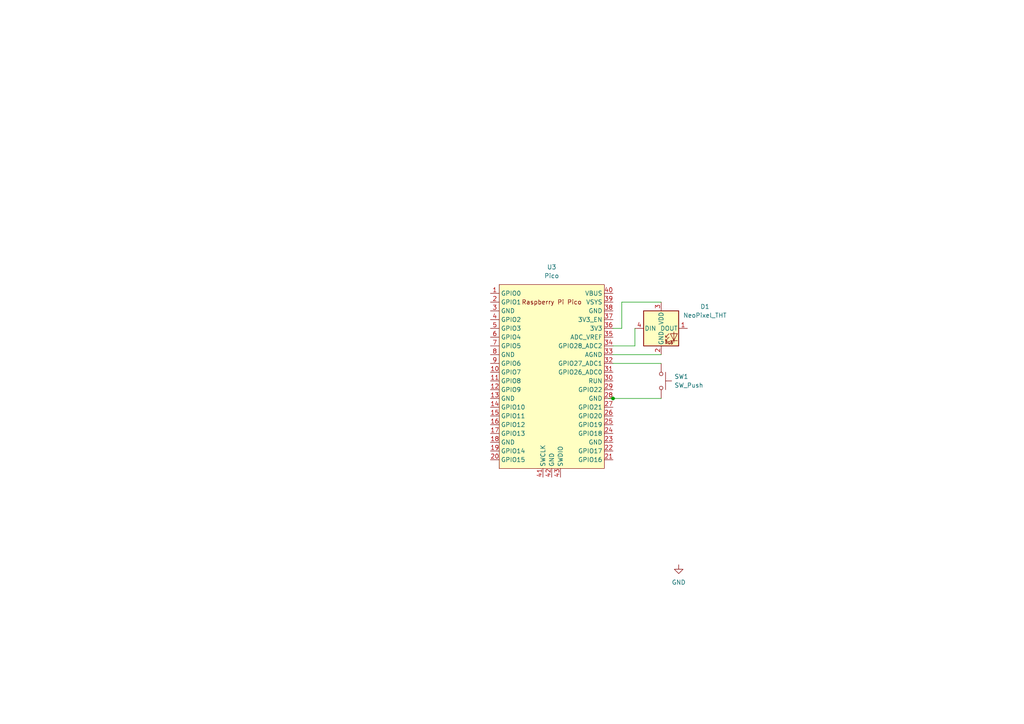
<source format=kicad_sch>
(kicad_sch (version 20231120) (generator "eeschema") (generator_version "8.0")
  (paper "A4")
  (lib_symbols
    (symbol "LED:NeoPixel_THT" (pin_names (offset 0.254))
      (property "Reference" "D" (at 5.08 5.715 0))
      (property "Value" "NeoPixel_THT" (at 1.27 -5.715 0))
      (symbol "NeoPixel_THT_0_0"
        (text "RGB" (at 2.286 -4.191 0) (effects (font (size 0.762 0.762))))
      )
      (symbol "NeoPixel_THT_0_1"
        (polyline (pts (xy 1.27 -3.556) (xy 1.778 -3.556)))
        (polyline (pts (xy 1.27 -2.54) (xy 1.778 -2.54)))
        (polyline (pts (xy 4.699 -3.556) (xy 2.667 -3.556)))
        (polyline (pts (xy 2.286 -2.54) (xy 1.27 -3.556) (xy 1.27 -3.048)))
        (polyline (pts (xy 2.286 -1.524) (xy 1.27 -2.54) (xy 1.27 -2.032)))
        (polyline (pts (xy 3.683 -1.016) (xy 3.683 -3.556) (xy 3.683 -4.064)))
        (polyline (pts (xy 4.699 -1.524) (xy 2.667 -1.524) (xy 3.683 -3.556) (xy 4.699 -1.524)))
        (rectangle (start 5.08 5.08) (end -5.08 -5.08) (stroke (width 0.254)) (fill (type background)))
      )
      (symbol "NeoPixel_THT_1_1"
        (pin output line (at 7.62 0 180) (length 2.54) (name "DOUT") (number "1"))
        (pin power_in line (at 0 -7.62 90) (length 2.54) (name "GND") (number "2"))
        (pin power_in line (at 0 7.62 270) (length 2.54) (name "VDD") (number "3"))
        (pin input line (at -7.62 0 0) (length 2.54) (name "DIN") (number "4"))
      )
    )
    (symbol "MCU_RaspberryPi_and_Boards:Pico"
      (property "Reference" "U" (at -13.97 27.94 0))
      (property "Value" "Pico" (at 0 19.05 0))
      (symbol "Pico_0_0"
        (text "Raspberry Pi Pico" (at 0 21.59 0) (effects (font (size 1.27 1.27))))
      )
      (symbol "Pico_0_1"
        (rectangle (start -15.24 26.67) (end 15.24 -26.67) (fill (type background)))
      )
      (symbol "Pico_1_1"
        (pin bidirectional line (at -17.78 24.13 0) (length 2.54) (name "GPIO0") (number "1"))
        (pin bidirectional line (at -17.78 1.27 0) (length 2.54) (name "GPIO7") (number "10"))
        (pin bidirectional line (at -17.78 -1.27 0) (length 2.54) (name "GPIO8") (number "11"))
        (pin bidirectional line (at -17.78 -3.81 0) (length 2.54) (name "GPIO9") (number "12"))
        (pin power_in line (at -17.78 -6.35 0) (length 2.54) (name "GND") (number "13"))
        (pin bidirectional line (at -17.78 -8.89 0) (length 2.54) (name "GPIO10") (number "14"))
        (pin bidirectional line (at -17.78 -11.43 0) (length 2.54) (name "GPIO11") (number "15"))
        (pin bidirectional line (at -17.78 -13.97 0) (length 2.54) (name "GPIO12") (number "16"))
        (pin bidirectional line (at -17.78 -16.51 0) (length 2.54) (name "GPIO13") (number "17"))
        (pin power_in line (at -17.78 -19.05 0) (length 2.54) (name "GND") (number "18"))
        (pin bidirectional line (at -17.78 -21.59 0) (length 2.54) (name "GPIO14") (number "19"))
        (pin bidirectional line (at -17.78 21.59 0) (length 2.54) (name "GPIO1") (number "2"))
        (pin bidirectional line (at -17.78 -24.13 0) (length 2.54) (name "GPIO15") (number "20"))
        (pin bidirectional line (at 17.78 -24.13 180) (length 2.54) (name "GPIO16") (number "21"))
        (pin bidirectional line (at 17.78 -21.59 180) (length 2.54) (name "GPIO17") (number "22"))
        (pin power_in line (at 17.78 -19.05 180) (length 2.54) (name "GND") (number "23"))
        (pin bidirectional line (at 17.78 -16.51 180) (length 2.54) (name "GPIO18") (number "24"))
        (pin bidirectional line (at 17.78 -13.97 180) (length 2.54) (name "GPIO19") (number "25"))
        (pin bidirectional line (at 17.78 -11.43 180) (length 2.54) (name "GPIO20") (number "26"))
        (pin bidirectional line (at 17.78 -8.89 180) (length 2.54) (name "GPIO21") (number "27"))
        (pin power_in line (at 17.78 -6.35 180) (length 2.54) (name "GND") (number "28"))
        (pin bidirectional line (at 17.78 -3.81 180) (length 2.54) (name "GPIO22") (number "29"))
        (pin power_in line (at -17.78 19.05 0) (length 2.54) (name "GND") (number "3"))
        (pin input line (at 17.78 -1.27 180) (length 2.54) (name "RUN") (number "30"))
        (pin bidirectional line (at 17.78 1.27 180) (length 2.54) (name "GPIO26_ADC0") (number "31"))
        (pin bidirectional line (at 17.78 3.81 180) (length 2.54) (name "GPIO27_ADC1") (number "32"))
        (pin power_in line (at 17.78 6.35 180) (length 2.54) (name "AGND") (number "33"))
        (pin bidirectional line (at 17.78 8.89 180) (length 2.54) (name "GPIO28_ADC2") (number "34"))
        (pin power_in line (at 17.78 11.43 180) (length 2.54) (name "ADC_VREF") (number "35"))
        (pin power_in line (at 17.78 13.97 180) (length 2.54) (name "3V3") (number "36"))
        (pin input line (at 17.78 16.51 180) (length 2.54) (name "3V3_EN") (number "37"))
        (pin bidirectional line (at 17.78 19.05 180) (length 2.54) (name "GND") (number "38"))
        (pin power_in line (at 17.78 21.59 180) (length 2.54) (name "VSYS") (number "39"))
        (pin bidirectional line (at -17.78 16.51 0) (length 2.54) (name "GPIO2") (number "4"))
        (pin power_in line (at 17.78 24.13 180) (length 2.54) (name "VBUS") (number "40"))
        (pin input line (at -2.54 -29.21 90) (length 2.54) (name "SWCLK") (number "41"))
        (pin power_in line (at 0 -29.21 90) (length 2.54) (name "GND") (number "42"))
        (pin bidirectional line (at 2.54 -29.21 90) (length 2.54) (name "SWDIO") (number "43"))
        (pin bidirectional line (at -17.78 13.97 0) (length 2.54) (name "GPIO3") (number "5"))
        (pin bidirectional line (at -17.78 11.43 0) (length 2.54) (name "GPIO4") (number "6"))
        (pin bidirectional line (at -17.78 8.89 0) (length 2.54) (name "GPIO5") (number "7"))
        (pin power_in line (at -17.78 6.35 0) (length 2.54) (name "GND") (number "8"))
        (pin bidirectional line (at -17.78 3.81 0) (length 2.54) (name "GPIO6") (number "9"))
      )
    )
    (symbol "Switch:SW_Push" (pin_numbers hide) (pin_names (offset 1.016) hide)
      (property "Reference" "SW" (at 1.27 2.54 0))
      (property "Value" "SW_Push" (at 0 -1.524 0))
      (symbol "SW_Push_0_1"
        (circle (center -2.032 0) (radius 0.508))
        (polyline (pts (xy 0 1.27) (xy 0 3.048)))
        (polyline (pts (xy 2.54 1.27) (xy -2.54 1.27)))
        (circle (center 2.032 0) (radius 0.508))
        (pin passive line (at -5.08 0 0) (length 2.54) (name "1") (number "1"))
        (pin passive line (at 5.08 0 180) (length 2.54) (name "2") (number "2"))
      )
    )
    (symbol "power:GND" (power) (pin_numbers hide) (pin_names (offset 0) hide)
      (property "Value" "GND" (at 0 -3.81 0))
      (symbol "GND_0_1"
        (polyline (pts (xy 0 0) (xy 0 -1.27) (xy 1.27 -1.27) (xy 0 -2.54) (xy -1.27 -1.27) (xy 0 -1.27)))
      )
      (symbol "GND_1_1"
        (pin power_in line (at 0 0 270) (length 0) (name "~") (number "1"))
      )
    )
  )
  (junction (at 177.8 115.57))
  (wire (pts (xy 177.8 105.41) (xy 191.77 105.41)))
  (wire (pts (xy 177.8 102.87) (xy 191.77 102.87)))
  (wire (pts (xy 177.8 95.25) (xy 180.34 95.25)))
  (wire (pts (xy 191.77 115.57) (xy 177.8 115.57)))
  (wire (pts (xy 176.53 115.57) (xy 177.8 115.57)))
  (wire (pts (xy 180.34 95.25) (xy 180.34 87.63)))
  (wire (pts (xy 191.77 87.63) (xy 180.34 87.63)))
  (wire (pts (xy 184.15 100.33) (xy 177.8 100.33)))
  (wire (pts (xy 184.15 95.25) (xy 184.15 100.33)))
  (symbol (lib_id "Switch:SW_Push") (at 191.77 110.49 270) (unit 1)
    (property "Reference" "SW1" (at 195.58 109.2199 90) (effects (justify left)))
    (property "Value" "SW_Push" (at 195.58 111.7599 90) (effects (justify left)))
    (property "Description" "Push button switch, generic, two pins" (effects (hide yes)))
  )
  (symbol (lib_id "MCU_RaspberryPi_and_Boards:Pico") (at 160.02 109.22 0) (unit 1)
    (property "Reference" "U3" (at 160.02 77.47 0))
    (property "Value" "Pico" (at 160.02 80.01 0))
    (property "Footprint" "RPi_Pico:RPi_Pico_SMD_TH" (effects (hide yes)))
  )
  (symbol (lib_id "power:GND") (at 196.85 163.83 0) (unit 1)
    (property "Reference" "#PWR02" (effects (hide yes)))
    (property "Value" "GND" (at 196.85 168.91 0))
    (property "Description" "Power symbol creates a global label with name \"GND\" , ground" (effects (hide yes)))
  )
  (symbol (lib_id "LED:NeoPixel_THT") (at 191.77 95.25 0) (unit 1)
    (property "Reference" "D1" (at 204.47 88.9314 0))
    (property "Value" "NeoPixel_THT" (at 204.47 91.4714 0))
    (property "Datasheet" "https://www.adafruit.com/product/1938" (effects (hide yes)))
    (property "Description" "RGB LED with integrated controller, 5mm/8mm LED package" (effects (hide yes)))
  )
)
</source>
